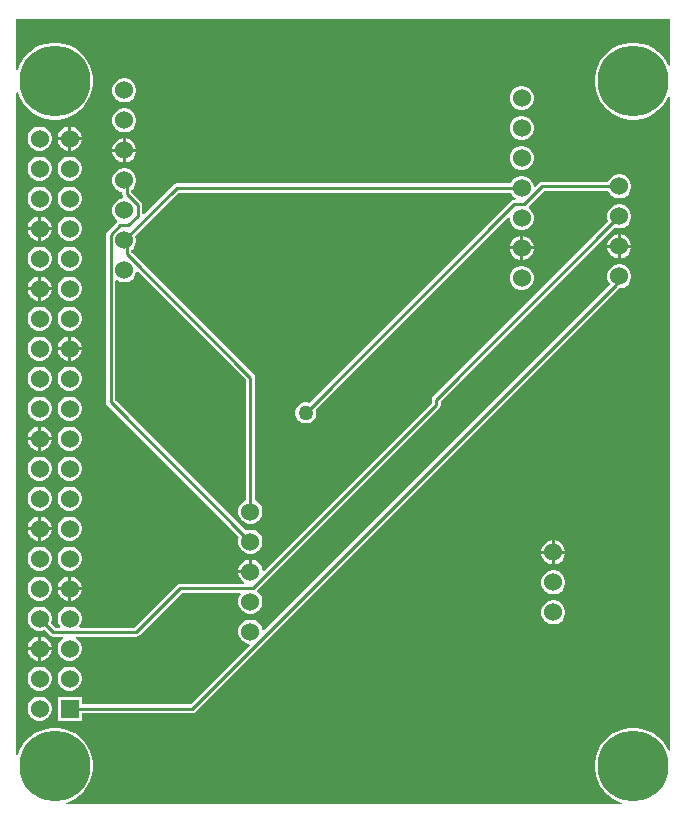
<source format=gbl>
G04*
G04 #@! TF.GenerationSoftware,Altium Limited,Altium Designer,23.4.1 (23)*
G04*
G04 Layer_Physical_Order=2*
G04 Layer_Color=16711680*
%FSLAX44Y44*%
%MOMM*%
G71*
G04*
G04 #@! TF.SameCoordinates,3D8DB9D9-8021-40C2-9F22-367B33DB821F*
G04*
G04*
G04 #@! TF.FilePolarity,Positive*
G04*
G01*
G75*
%ADD10C,0.2540*%
%ADD15C,1.5240*%
%ADD16R,1.5240X1.5240*%
%ADD17C,6.0000*%
%ADD18C,1.2700*%
G36*
X556260Y628122D02*
X554990Y627817D01*
X552831Y632055D01*
X549820Y636198D01*
X546198Y639820D01*
X542055Y642831D01*
X537491Y645156D01*
X532620Y646739D01*
X527561Y647540D01*
X522439D01*
X517380Y646739D01*
X512509Y645156D01*
X507945Y642831D01*
X503802Y639820D01*
X500180Y636198D01*
X497169Y632055D01*
X494844Y627491D01*
X493261Y622620D01*
X492460Y617561D01*
Y612439D01*
X493261Y607380D01*
X494844Y602509D01*
X497169Y597945D01*
X500180Y593802D01*
X503802Y590180D01*
X507945Y587169D01*
X512509Y584844D01*
X517380Y583261D01*
X522439Y582460D01*
X527561D01*
X532620Y583261D01*
X537491Y584844D01*
X542055Y587169D01*
X546198Y590180D01*
X549820Y593802D01*
X552831Y597945D01*
X554990Y602183D01*
X556260Y601878D01*
Y48122D01*
X554990Y47817D01*
X552831Y52055D01*
X549820Y56198D01*
X546198Y59820D01*
X542055Y62831D01*
X537491Y65156D01*
X532620Y66739D01*
X527561Y67540D01*
X522439D01*
X517380Y66739D01*
X512509Y65156D01*
X507945Y62831D01*
X503802Y59820D01*
X500180Y56198D01*
X497169Y52055D01*
X494844Y47491D01*
X493261Y42620D01*
X492460Y37561D01*
Y32439D01*
X493261Y27380D01*
X494844Y22509D01*
X497169Y17945D01*
X500180Y13802D01*
X503802Y10180D01*
X507945Y7169D01*
X512509Y4844D01*
X515381Y3911D01*
X515180Y2641D01*
X44820D01*
X44619Y3911D01*
X47491Y4844D01*
X52055Y7169D01*
X56198Y10180D01*
X59820Y13802D01*
X62831Y17945D01*
X65156Y22509D01*
X66739Y27380D01*
X67540Y32439D01*
Y37561D01*
X66739Y42620D01*
X65156Y47491D01*
X62831Y52055D01*
X59820Y56198D01*
X56198Y59820D01*
X52055Y62831D01*
X47491Y65156D01*
X42620Y66739D01*
X37561Y67540D01*
X32439D01*
X27380Y66739D01*
X22509Y65156D01*
X17945Y62831D01*
X13802Y59820D01*
X10180Y56198D01*
X7169Y52055D01*
X4844Y47491D01*
X3911Y44619D01*
X2641Y44820D01*
Y605180D01*
X3911Y605381D01*
X4844Y602509D01*
X7169Y597945D01*
X10180Y593802D01*
X13802Y590180D01*
X17945Y587169D01*
X22509Y584844D01*
X27380Y583261D01*
X32439Y582460D01*
X37561D01*
X42620Y583261D01*
X47491Y584844D01*
X52055Y587169D01*
X56198Y590180D01*
X59820Y593802D01*
X62831Y597945D01*
X65156Y602509D01*
X66739Y607380D01*
X67540Y612439D01*
Y617561D01*
X66739Y622620D01*
X65156Y627491D01*
X62831Y632055D01*
X59820Y636198D01*
X56198Y639820D01*
X52055Y642831D01*
X47491Y645156D01*
X42620Y646739D01*
X37561Y647540D01*
X32439D01*
X27380Y646739D01*
X22509Y645156D01*
X17945Y642831D01*
X13802Y639820D01*
X10180Y636198D01*
X7169Y632055D01*
X4844Y627491D01*
X3911Y624619D01*
X2641Y624820D01*
Y667361D01*
X556260D01*
Y628122D01*
D02*
G37*
%LPC*%
G36*
X95318Y617220D02*
X92642D01*
X90058Y616528D01*
X87742Y615190D01*
X85850Y613298D01*
X84512Y610982D01*
X83820Y608398D01*
Y605722D01*
X84512Y603138D01*
X85850Y600822D01*
X87742Y598930D01*
X90058Y597592D01*
X92642Y596900D01*
X95318D01*
X97902Y597592D01*
X100218Y598930D01*
X102110Y600822D01*
X103448Y603138D01*
X104140Y605722D01*
Y608398D01*
X103448Y610982D01*
X102110Y613298D01*
X100218Y615190D01*
X97902Y616528D01*
X95318Y617220D01*
D02*
G37*
G36*
X431868Y610870D02*
X429192D01*
X426608Y610178D01*
X424292Y608840D01*
X422400Y606948D01*
X421062Y604632D01*
X420370Y602048D01*
Y599372D01*
X421062Y596788D01*
X422400Y594472D01*
X424292Y592580D01*
X426608Y591242D01*
X429192Y590550D01*
X431868D01*
X434452Y591242D01*
X436768Y592580D01*
X438660Y594472D01*
X439998Y596788D01*
X440690Y599372D01*
Y602048D01*
X439998Y604632D01*
X438660Y606948D01*
X436768Y608840D01*
X434452Y610178D01*
X431868Y610870D01*
D02*
G37*
G36*
X95318Y591820D02*
X92642D01*
X90058Y591128D01*
X87742Y589790D01*
X85850Y587898D01*
X84512Y585582D01*
X83820Y582998D01*
Y580322D01*
X84512Y577738D01*
X85850Y575422D01*
X87742Y573530D01*
X90058Y572192D01*
X92642Y571500D01*
X95318D01*
X97902Y572192D01*
X100218Y573530D01*
X102110Y575422D01*
X103448Y577738D01*
X104140Y580322D01*
Y582998D01*
X103448Y585582D01*
X102110Y587898D01*
X100218Y589790D01*
X97902Y591128D01*
X95318Y591820D01*
D02*
G37*
G36*
X49038Y576460D02*
X48970D01*
Y567570D01*
X57860D01*
Y567638D01*
X57168Y570222D01*
X55830Y572538D01*
X53938Y574430D01*
X51622Y575768D01*
X49038Y576460D01*
D02*
G37*
G36*
X46430D02*
X46362D01*
X43778Y575768D01*
X41462Y574430D01*
X39570Y572538D01*
X38232Y570222D01*
X37540Y567638D01*
Y567570D01*
X46430D01*
Y576460D01*
D02*
G37*
G36*
X431868Y585470D02*
X429192D01*
X426608Y584778D01*
X424292Y583440D01*
X422400Y581548D01*
X421062Y579232D01*
X420370Y576648D01*
Y573972D01*
X421062Y571388D01*
X422400Y569072D01*
X424292Y567180D01*
X426608Y565842D01*
X429192Y565150D01*
X431868D01*
X434452Y565842D01*
X436768Y567180D01*
X438660Y569072D01*
X439998Y571388D01*
X440690Y573972D01*
Y576648D01*
X439998Y579232D01*
X438660Y581548D01*
X436768Y583440D01*
X434452Y584778D01*
X431868Y585470D01*
D02*
G37*
G36*
X95318Y566420D02*
X95250D01*
Y557530D01*
X104140D01*
Y557598D01*
X103448Y560182D01*
X102110Y562498D01*
X100218Y564390D01*
X97902Y565728D01*
X95318Y566420D01*
D02*
G37*
G36*
X92710D02*
X92642D01*
X90058Y565728D01*
X87742Y564390D01*
X85850Y562498D01*
X84512Y560182D01*
X83820Y557598D01*
Y557530D01*
X92710D01*
Y566420D01*
D02*
G37*
G36*
X57860Y565030D02*
X48970D01*
Y556140D01*
X49038D01*
X51622Y556832D01*
X53938Y558170D01*
X55830Y560062D01*
X57168Y562378D01*
X57860Y564962D01*
Y565030D01*
D02*
G37*
G36*
X46430D02*
X37540D01*
Y564962D01*
X38232Y562378D01*
X39570Y560062D01*
X41462Y558170D01*
X43778Y556832D01*
X46362Y556140D01*
X46430D01*
Y565030D01*
D02*
G37*
G36*
X23638Y576460D02*
X20962D01*
X18378Y575768D01*
X16062Y574430D01*
X14170Y572538D01*
X12832Y570222D01*
X12140Y567638D01*
Y564962D01*
X12832Y562378D01*
X14170Y560062D01*
X16062Y558170D01*
X18378Y556832D01*
X20962Y556140D01*
X23638D01*
X26222Y556832D01*
X28538Y558170D01*
X30430Y560062D01*
X31768Y562378D01*
X32460Y564962D01*
Y567638D01*
X31768Y570222D01*
X30430Y572538D01*
X28538Y574430D01*
X26222Y575768D01*
X23638Y576460D01*
D02*
G37*
G36*
X104140Y554990D02*
X95250D01*
Y546100D01*
X95318D01*
X97902Y546792D01*
X100218Y548130D01*
X102110Y550022D01*
X103448Y552338D01*
X104140Y554922D01*
Y554990D01*
D02*
G37*
G36*
X92710D02*
X83820D01*
Y554922D01*
X84512Y552338D01*
X85850Y550022D01*
X87742Y548130D01*
X90058Y546792D01*
X92642Y546100D01*
X92710D01*
Y554990D01*
D02*
G37*
G36*
X431868Y560070D02*
X429192D01*
X426608Y559378D01*
X424292Y558040D01*
X422400Y556148D01*
X421062Y553832D01*
X420370Y551248D01*
Y548572D01*
X421062Y545988D01*
X422400Y543672D01*
X424292Y541780D01*
X426608Y540442D01*
X429192Y539750D01*
X431868D01*
X434452Y540442D01*
X436768Y541780D01*
X438660Y543672D01*
X439998Y545988D01*
X440690Y548572D01*
Y551248D01*
X439998Y553832D01*
X438660Y556148D01*
X436768Y558040D01*
X434452Y559378D01*
X431868Y560070D01*
D02*
G37*
G36*
X49038Y551060D02*
X46362D01*
X43778Y550368D01*
X41462Y549030D01*
X39570Y547138D01*
X38232Y544822D01*
X37540Y542238D01*
Y539562D01*
X38232Y536978D01*
X39570Y534662D01*
X41462Y532770D01*
X43778Y531432D01*
X46362Y530740D01*
X49038D01*
X51622Y531432D01*
X53938Y532770D01*
X55830Y534662D01*
X57168Y536978D01*
X57860Y539562D01*
Y542238D01*
X57168Y544822D01*
X55830Y547138D01*
X53938Y549030D01*
X51622Y550368D01*
X49038Y551060D01*
D02*
G37*
G36*
X23638D02*
X20962D01*
X18378Y550368D01*
X16062Y549030D01*
X14170Y547138D01*
X12832Y544822D01*
X12140Y542238D01*
Y539562D01*
X12832Y536978D01*
X14170Y534662D01*
X16062Y532770D01*
X18378Y531432D01*
X20962Y530740D01*
X23638D01*
X26222Y531432D01*
X28538Y532770D01*
X30430Y534662D01*
X31768Y536978D01*
X32460Y539562D01*
Y542238D01*
X31768Y544822D01*
X30430Y547138D01*
X28538Y549030D01*
X26222Y550368D01*
X23638Y551060D01*
D02*
G37*
G36*
X95318Y541020D02*
X92642D01*
X90058Y540328D01*
X87742Y538990D01*
X85850Y537098D01*
X84512Y534782D01*
X83820Y532198D01*
Y529522D01*
X84512Y526938D01*
X85850Y524622D01*
X87742Y522730D01*
X90058Y521392D01*
X92290Y520794D01*
Y519430D01*
X92585Y517943D01*
X93289Y516890D01*
X92907Y515620D01*
X92642D01*
X90058Y514928D01*
X87742Y513590D01*
X85850Y511698D01*
X84512Y509382D01*
X83820Y506798D01*
Y504122D01*
X84512Y501538D01*
X85850Y499222D01*
X87742Y497330D01*
X87993Y497184D01*
X88042Y495690D01*
X87769Y495507D01*
X79803Y487541D01*
X78961Y486281D01*
X78665Y484795D01*
Y343340D01*
X78961Y341853D01*
X79803Y340593D01*
X191322Y229075D01*
X191302Y229042D01*
X190610Y226458D01*
Y223782D01*
X191302Y221198D01*
X192640Y218882D01*
X194532Y216990D01*
X196848Y215652D01*
X199432Y214960D01*
X202108D01*
X204692Y215652D01*
X207008Y216990D01*
X208900Y218882D01*
X210238Y221198D01*
X210930Y223782D01*
Y226458D01*
X210238Y229042D01*
X208900Y231358D01*
X207008Y233250D01*
X204692Y234588D01*
X202108Y235280D01*
X199432D01*
X196848Y234588D01*
X196815Y234569D01*
X86435Y344949D01*
Y446178D01*
X87608Y446664D01*
X87742Y446530D01*
X90058Y445192D01*
X92642Y444500D01*
X95318D01*
X97902Y445192D01*
X100218Y446530D01*
X102110Y448422D01*
X103448Y450738D01*
X104140Y453322D01*
Y453511D01*
X105313Y453997D01*
X196885Y362425D01*
Y259998D01*
X196848Y259988D01*
X194532Y258650D01*
X192640Y256758D01*
X191302Y254442D01*
X190610Y251858D01*
Y249182D01*
X191302Y246598D01*
X192640Y244282D01*
X194532Y242390D01*
X196848Y241052D01*
X199432Y240360D01*
X202108D01*
X204692Y241052D01*
X207008Y242390D01*
X208900Y244282D01*
X210238Y246598D01*
X210930Y249182D01*
Y251858D01*
X210238Y254442D01*
X208900Y256758D01*
X207008Y258650D01*
X204692Y259988D01*
X204655Y259998D01*
Y364035D01*
X204359Y365521D01*
X203517Y366781D01*
X100059Y470239D01*
Y471838D01*
X100218Y471930D01*
X102110Y473822D01*
X103448Y476138D01*
X104140Y478722D01*
Y481398D01*
X103448Y483982D01*
X103428Y484015D01*
X140039Y520625D01*
X421053D01*
X421062Y520588D01*
X422400Y518272D01*
X424292Y516380D01*
X425479Y515695D01*
X425138Y514425D01*
X424180D01*
X422693Y514129D01*
X421433Y513287D01*
X250576Y342430D01*
X248820Y342900D01*
X246480D01*
X244219Y342294D01*
X242191Y341124D01*
X240536Y339469D01*
X239366Y337441D01*
X238760Y335180D01*
Y332840D01*
X239366Y330579D01*
X240536Y328551D01*
X242191Y326896D01*
X244219Y325726D01*
X246480Y325120D01*
X248820D01*
X251081Y325726D01*
X253109Y326896D01*
X254764Y328551D01*
X255934Y330579D01*
X256540Y332840D01*
Y335180D01*
X256070Y336936D01*
X419100Y499966D01*
X420370Y499440D01*
Y497772D01*
X421062Y495188D01*
X422400Y492872D01*
X424292Y490980D01*
X426608Y489642D01*
X429192Y488950D01*
X431868D01*
X434452Y489642D01*
X436768Y490980D01*
X438660Y492872D01*
X439998Y495188D01*
X440690Y497772D01*
Y500448D01*
X439998Y503032D01*
X438660Y505348D01*
X436768Y507240D01*
X436499Y507396D01*
X436333Y508655D01*
X449574Y521895D01*
X503602D01*
X503612Y521858D01*
X504950Y519542D01*
X506842Y517650D01*
X509158Y516312D01*
X511742Y515620D01*
X514418D01*
X517002Y516312D01*
X519318Y517650D01*
X521210Y519542D01*
X522548Y521858D01*
X523240Y524442D01*
Y527118D01*
X522548Y529702D01*
X521210Y532018D01*
X519318Y533910D01*
X517002Y535248D01*
X514418Y535940D01*
X511742D01*
X509158Y535248D01*
X506842Y533910D01*
X504950Y532018D01*
X503612Y529702D01*
X503602Y529665D01*
X447965D01*
X446478Y529369D01*
X445218Y528527D01*
X441863Y525173D01*
X440690Y525659D01*
Y525848D01*
X439998Y528432D01*
X438660Y530748D01*
X436768Y532640D01*
X434452Y533978D01*
X431868Y534670D01*
X429192D01*
X426608Y533978D01*
X424292Y532640D01*
X422400Y530748D01*
X421062Y528432D01*
X421053Y528395D01*
X138430D01*
X136943Y528099D01*
X135683Y527257D01*
X110468Y502042D01*
X109295Y502528D01*
Y510195D01*
X108999Y511681D01*
X108157Y512941D01*
X100059Y521039D01*
Y522638D01*
X100218Y522730D01*
X102110Y524622D01*
X103448Y526938D01*
X104140Y529522D01*
Y532198D01*
X103448Y534782D01*
X102110Y537098D01*
X100218Y538990D01*
X97902Y540328D01*
X95318Y541020D01*
D02*
G37*
G36*
X49038Y525660D02*
X46362D01*
X43778Y524968D01*
X41462Y523630D01*
X39570Y521738D01*
X38232Y519422D01*
X37540Y516838D01*
Y514162D01*
X38232Y511578D01*
X39570Y509262D01*
X41462Y507370D01*
X43778Y506032D01*
X46362Y505340D01*
X49038D01*
X51622Y506032D01*
X53938Y507370D01*
X55830Y509262D01*
X57168Y511578D01*
X57860Y514162D01*
Y516838D01*
X57168Y519422D01*
X55830Y521738D01*
X53938Y523630D01*
X51622Y524968D01*
X49038Y525660D01*
D02*
G37*
G36*
X23638D02*
X20962D01*
X18378Y524968D01*
X16062Y523630D01*
X14170Y521738D01*
X12832Y519422D01*
X12140Y516838D01*
Y514162D01*
X12832Y511578D01*
X14170Y509262D01*
X16062Y507370D01*
X18378Y506032D01*
X20962Y505340D01*
X23638D01*
X26222Y506032D01*
X28538Y507370D01*
X30430Y509262D01*
X31768Y511578D01*
X32460Y514162D01*
Y516838D01*
X31768Y519422D01*
X30430Y521738D01*
X28538Y523630D01*
X26222Y524968D01*
X23638Y525660D01*
D02*
G37*
G36*
Y500260D02*
X23570D01*
Y491370D01*
X32460D01*
Y491438D01*
X31768Y494022D01*
X30430Y496338D01*
X28538Y498230D01*
X26222Y499568D01*
X23638Y500260D01*
D02*
G37*
G36*
X21030D02*
X20962D01*
X18378Y499568D01*
X16062Y498230D01*
X14170Y496338D01*
X12832Y494022D01*
X12140Y491438D01*
Y491370D01*
X21030D01*
Y500260D01*
D02*
G37*
G36*
X514418Y510540D02*
X511742D01*
X509158Y509848D01*
X506842Y508510D01*
X504950Y506618D01*
X503612Y504302D01*
X502920Y501718D01*
Y499042D01*
X503612Y496458D01*
X503632Y496425D01*
X355330Y348124D01*
X354488Y346864D01*
X354193Y345377D01*
Y342472D01*
X212103Y200383D01*
X210930Y200869D01*
Y201058D01*
X210238Y203642D01*
X208900Y205958D01*
X207008Y207850D01*
X204692Y209188D01*
X202108Y209880D01*
X202040D01*
Y199720D01*
X200770D01*
Y198450D01*
X190610D01*
Y198382D01*
X191302Y195798D01*
X192640Y193482D01*
X194532Y191590D01*
X195719Y190905D01*
X195378Y189635D01*
X141605D01*
X140118Y189339D01*
X138858Y188497D01*
X102716Y152355D01*
X56182D01*
X55696Y153528D01*
X55830Y153662D01*
X57168Y155978D01*
X57860Y158562D01*
Y161238D01*
X57168Y163822D01*
X55830Y166138D01*
X53938Y168030D01*
X51622Y169368D01*
X49038Y170060D01*
X46362D01*
X43778Y169368D01*
X41462Y168030D01*
X39570Y166138D01*
X38232Y163822D01*
X37540Y161238D01*
Y158562D01*
X38232Y155978D01*
X39570Y153662D01*
X39704Y153528D01*
X39218Y152355D01*
X35339D01*
X31748Y155945D01*
X31768Y155978D01*
X32460Y158562D01*
Y161238D01*
X31768Y163822D01*
X30430Y166138D01*
X28538Y168030D01*
X26222Y169368D01*
X23638Y170060D01*
X20962D01*
X18378Y169368D01*
X16062Y168030D01*
X14170Y166138D01*
X12832Y163822D01*
X12140Y161238D01*
Y158562D01*
X12832Y155978D01*
X14170Y153662D01*
X16062Y151770D01*
X18378Y150432D01*
X20962Y149740D01*
X23638D01*
X26222Y150432D01*
X26255Y150451D01*
X30983Y145723D01*
X32243Y144881D01*
X33730Y144585D01*
X42308D01*
X42649Y143315D01*
X41462Y142630D01*
X39570Y140738D01*
X38232Y138422D01*
X37540Y135838D01*
Y133162D01*
X38232Y130578D01*
X39570Y128262D01*
X41462Y126370D01*
X43778Y125032D01*
X46362Y124340D01*
X49038D01*
X51622Y125032D01*
X53938Y126370D01*
X55830Y128262D01*
X57168Y130578D01*
X57860Y133162D01*
Y135838D01*
X57168Y138422D01*
X55830Y140738D01*
X53938Y142630D01*
X52751Y143315D01*
X53092Y144585D01*
X104325D01*
X105812Y144881D01*
X107072Y145723D01*
X143214Y181865D01*
X192288D01*
X192774Y180692D01*
X192640Y180558D01*
X191302Y178242D01*
X190610Y175658D01*
Y172982D01*
X191302Y170398D01*
X192640Y168082D01*
X194532Y166190D01*
X196848Y164852D01*
X199432Y164160D01*
X202108D01*
X204692Y164852D01*
X207008Y166190D01*
X208900Y168082D01*
X210238Y170398D01*
X210930Y172982D01*
Y175658D01*
X210238Y178242D01*
X208900Y180558D01*
X207008Y182450D01*
X206739Y182606D01*
X206573Y183865D01*
X360824Y338116D01*
X361666Y339376D01*
X361962Y340863D01*
Y343768D01*
X509125Y490932D01*
X509158Y490912D01*
X511742Y490220D01*
X514418D01*
X517002Y490912D01*
X519318Y492250D01*
X521210Y494142D01*
X522548Y496458D01*
X523240Y499042D01*
Y501718D01*
X522548Y504302D01*
X521210Y506618D01*
X519318Y508510D01*
X517002Y509848D01*
X514418Y510540D01*
D02*
G37*
G36*
X49038Y500260D02*
X46362D01*
X43778Y499568D01*
X41462Y498230D01*
X39570Y496338D01*
X38232Y494022D01*
X37540Y491438D01*
Y488762D01*
X38232Y486178D01*
X39570Y483862D01*
X41462Y481970D01*
X43778Y480632D01*
X46362Y479940D01*
X49038D01*
X51622Y480632D01*
X53938Y481970D01*
X55830Y483862D01*
X57168Y486178D01*
X57860Y488762D01*
Y491438D01*
X57168Y494022D01*
X55830Y496338D01*
X53938Y498230D01*
X51622Y499568D01*
X49038Y500260D01*
D02*
G37*
G36*
X32460Y488830D02*
X23570D01*
Y479940D01*
X23638D01*
X26222Y480632D01*
X28538Y481970D01*
X30430Y483862D01*
X31768Y486178D01*
X32460Y488762D01*
Y488830D01*
D02*
G37*
G36*
X21030D02*
X12140D01*
Y488762D01*
X12832Y486178D01*
X14170Y483862D01*
X16062Y481970D01*
X18378Y480632D01*
X20962Y479940D01*
X21030D01*
Y488830D01*
D02*
G37*
G36*
X514418Y485140D02*
X514350D01*
Y476250D01*
X523240D01*
Y476318D01*
X522548Y478902D01*
X521210Y481218D01*
X519318Y483110D01*
X517002Y484448D01*
X514418Y485140D01*
D02*
G37*
G36*
X511810D02*
X511742D01*
X509158Y484448D01*
X506842Y483110D01*
X504950Y481218D01*
X503612Y478902D01*
X502920Y476318D01*
Y476250D01*
X511810D01*
Y485140D01*
D02*
G37*
G36*
X431868Y483870D02*
X431800D01*
Y474980D01*
X440690D01*
Y475048D01*
X439998Y477632D01*
X438660Y479948D01*
X436768Y481840D01*
X434452Y483178D01*
X431868Y483870D01*
D02*
G37*
G36*
X429260D02*
X429192D01*
X426608Y483178D01*
X424292Y481840D01*
X422400Y479948D01*
X421062Y477632D01*
X420370Y475048D01*
Y474980D01*
X429260D01*
Y483870D01*
D02*
G37*
G36*
X523240Y473710D02*
X514350D01*
Y464820D01*
X514418D01*
X517002Y465512D01*
X519318Y466850D01*
X521210Y468742D01*
X522548Y471058D01*
X523240Y473642D01*
Y473710D01*
D02*
G37*
G36*
X511810D02*
X502920D01*
Y473642D01*
X503612Y471058D01*
X504950Y468742D01*
X506842Y466850D01*
X509158Y465512D01*
X511742Y464820D01*
X511810D01*
Y473710D01*
D02*
G37*
G36*
X440690Y472440D02*
X431800D01*
Y463550D01*
X431868D01*
X434452Y464242D01*
X436768Y465580D01*
X438660Y467472D01*
X439998Y469788D01*
X440690Y472372D01*
Y472440D01*
D02*
G37*
G36*
X429260D02*
X420370D01*
Y472372D01*
X421062Y469788D01*
X422400Y467472D01*
X424292Y465580D01*
X426608Y464242D01*
X429192Y463550D01*
X429260D01*
Y472440D01*
D02*
G37*
G36*
X49038Y474860D02*
X46362D01*
X43778Y474168D01*
X41462Y472830D01*
X39570Y470938D01*
X38232Y468622D01*
X37540Y466038D01*
Y463362D01*
X38232Y460778D01*
X39570Y458462D01*
X41462Y456570D01*
X43778Y455232D01*
X46362Y454540D01*
X49038D01*
X51622Y455232D01*
X53938Y456570D01*
X55830Y458462D01*
X57168Y460778D01*
X57860Y463362D01*
Y466038D01*
X57168Y468622D01*
X55830Y470938D01*
X53938Y472830D01*
X51622Y474168D01*
X49038Y474860D01*
D02*
G37*
G36*
X23638D02*
X20962D01*
X18378Y474168D01*
X16062Y472830D01*
X14170Y470938D01*
X12832Y468622D01*
X12140Y466038D01*
Y463362D01*
X12832Y460778D01*
X14170Y458462D01*
X16062Y456570D01*
X18378Y455232D01*
X20962Y454540D01*
X23638D01*
X26222Y455232D01*
X28538Y456570D01*
X30430Y458462D01*
X31768Y460778D01*
X32460Y463362D01*
Y466038D01*
X31768Y468622D01*
X30430Y470938D01*
X28538Y472830D01*
X26222Y474168D01*
X23638Y474860D01*
D02*
G37*
G36*
Y449460D02*
X23570D01*
Y440570D01*
X32460D01*
Y440638D01*
X31768Y443222D01*
X30430Y445538D01*
X28538Y447430D01*
X26222Y448768D01*
X23638Y449460D01*
D02*
G37*
G36*
X21030D02*
X20962D01*
X18378Y448768D01*
X16062Y447430D01*
X14170Y445538D01*
X12832Y443222D01*
X12140Y440638D01*
Y440570D01*
X21030D01*
Y449460D01*
D02*
G37*
G36*
X431868Y458470D02*
X429192D01*
X426608Y457778D01*
X424292Y456440D01*
X422400Y454548D01*
X421062Y452232D01*
X420370Y449648D01*
Y446972D01*
X421062Y444388D01*
X422400Y442072D01*
X424292Y440180D01*
X426608Y438842D01*
X429192Y438150D01*
X431868D01*
X434452Y438842D01*
X436768Y440180D01*
X438660Y442072D01*
X439998Y444388D01*
X440690Y446972D01*
Y449648D01*
X439998Y452232D01*
X438660Y454548D01*
X436768Y456440D01*
X434452Y457778D01*
X431868Y458470D01*
D02*
G37*
G36*
X49038Y449460D02*
X46362D01*
X43778Y448768D01*
X41462Y447430D01*
X39570Y445538D01*
X38232Y443222D01*
X37540Y440638D01*
Y437962D01*
X38232Y435378D01*
X39570Y433062D01*
X41462Y431170D01*
X43778Y429832D01*
X46362Y429140D01*
X49038D01*
X51622Y429832D01*
X53938Y431170D01*
X55830Y433062D01*
X57168Y435378D01*
X57860Y437962D01*
Y440638D01*
X57168Y443222D01*
X55830Y445538D01*
X53938Y447430D01*
X51622Y448768D01*
X49038Y449460D01*
D02*
G37*
G36*
X32460Y438030D02*
X23570D01*
Y429140D01*
X23638D01*
X26222Y429832D01*
X28538Y431170D01*
X30430Y433062D01*
X31768Y435378D01*
X32460Y437962D01*
Y438030D01*
D02*
G37*
G36*
X21030D02*
X12140D01*
Y437962D01*
X12832Y435378D01*
X14170Y433062D01*
X16062Y431170D01*
X18378Y429832D01*
X20962Y429140D01*
X21030D01*
Y438030D01*
D02*
G37*
G36*
X49038Y424060D02*
X46362D01*
X43778Y423368D01*
X41462Y422030D01*
X39570Y420138D01*
X38232Y417822D01*
X37540Y415238D01*
Y412562D01*
X38232Y409978D01*
X39570Y407662D01*
X41462Y405770D01*
X43778Y404432D01*
X46362Y403740D01*
X49038D01*
X51622Y404432D01*
X53938Y405770D01*
X55830Y407662D01*
X57168Y409978D01*
X57860Y412562D01*
Y415238D01*
X57168Y417822D01*
X55830Y420138D01*
X53938Y422030D01*
X51622Y423368D01*
X49038Y424060D01*
D02*
G37*
G36*
X23638D02*
X20962D01*
X18378Y423368D01*
X16062Y422030D01*
X14170Y420138D01*
X12832Y417822D01*
X12140Y415238D01*
Y412562D01*
X12832Y409978D01*
X14170Y407662D01*
X16062Y405770D01*
X18378Y404432D01*
X20962Y403740D01*
X23638D01*
X26222Y404432D01*
X28538Y405770D01*
X30430Y407662D01*
X31768Y409978D01*
X32460Y412562D01*
Y415238D01*
X31768Y417822D01*
X30430Y420138D01*
X28538Y422030D01*
X26222Y423368D01*
X23638Y424060D01*
D02*
G37*
G36*
X49038Y398660D02*
X48970D01*
Y389770D01*
X57860D01*
Y389838D01*
X57168Y392422D01*
X55830Y394738D01*
X53938Y396630D01*
X51622Y397968D01*
X49038Y398660D01*
D02*
G37*
G36*
X46430D02*
X46362D01*
X43778Y397968D01*
X41462Y396630D01*
X39570Y394738D01*
X38232Y392422D01*
X37540Y389838D01*
Y389770D01*
X46430D01*
Y398660D01*
D02*
G37*
G36*
X57860Y387230D02*
X48970D01*
Y378340D01*
X49038D01*
X51622Y379032D01*
X53938Y380370D01*
X55830Y382262D01*
X57168Y384578D01*
X57860Y387162D01*
Y387230D01*
D02*
G37*
G36*
X46430D02*
X37540D01*
Y387162D01*
X38232Y384578D01*
X39570Y382262D01*
X41462Y380370D01*
X43778Y379032D01*
X46362Y378340D01*
X46430D01*
Y387230D01*
D02*
G37*
G36*
X23638Y398660D02*
X20962D01*
X18378Y397968D01*
X16062Y396630D01*
X14170Y394738D01*
X12832Y392422D01*
X12140Y389838D01*
Y387162D01*
X12832Y384578D01*
X14170Y382262D01*
X16062Y380370D01*
X18378Y379032D01*
X20962Y378340D01*
X23638D01*
X26222Y379032D01*
X28538Y380370D01*
X30430Y382262D01*
X31768Y384578D01*
X32460Y387162D01*
Y389838D01*
X31768Y392422D01*
X30430Y394738D01*
X28538Y396630D01*
X26222Y397968D01*
X23638Y398660D01*
D02*
G37*
G36*
X49038Y373260D02*
X46362D01*
X43778Y372568D01*
X41462Y371230D01*
X39570Y369338D01*
X38232Y367022D01*
X37540Y364438D01*
Y361762D01*
X38232Y359178D01*
X39570Y356862D01*
X41462Y354970D01*
X43778Y353632D01*
X46362Y352940D01*
X49038D01*
X51622Y353632D01*
X53938Y354970D01*
X55830Y356862D01*
X57168Y359178D01*
X57860Y361762D01*
Y364438D01*
X57168Y367022D01*
X55830Y369338D01*
X53938Y371230D01*
X51622Y372568D01*
X49038Y373260D01*
D02*
G37*
G36*
X23638D02*
X20962D01*
X18378Y372568D01*
X16062Y371230D01*
X14170Y369338D01*
X12832Y367022D01*
X12140Y364438D01*
Y361762D01*
X12832Y359178D01*
X14170Y356862D01*
X16062Y354970D01*
X18378Y353632D01*
X20962Y352940D01*
X23638D01*
X26222Y353632D01*
X28538Y354970D01*
X30430Y356862D01*
X31768Y359178D01*
X32460Y361762D01*
Y364438D01*
X31768Y367022D01*
X30430Y369338D01*
X28538Y371230D01*
X26222Y372568D01*
X23638Y373260D01*
D02*
G37*
G36*
X49038Y347860D02*
X46362D01*
X43778Y347168D01*
X41462Y345830D01*
X39570Y343938D01*
X38232Y341622D01*
X37540Y339038D01*
Y336362D01*
X38232Y333778D01*
X39570Y331462D01*
X41462Y329570D01*
X43778Y328232D01*
X46362Y327540D01*
X49038D01*
X51622Y328232D01*
X53938Y329570D01*
X55830Y331462D01*
X57168Y333778D01*
X57860Y336362D01*
Y339038D01*
X57168Y341622D01*
X55830Y343938D01*
X53938Y345830D01*
X51622Y347168D01*
X49038Y347860D01*
D02*
G37*
G36*
X23638D02*
X20962D01*
X18378Y347168D01*
X16062Y345830D01*
X14170Y343938D01*
X12832Y341622D01*
X12140Y339038D01*
Y336362D01*
X12832Y333778D01*
X14170Y331462D01*
X16062Y329570D01*
X18378Y328232D01*
X20962Y327540D01*
X23638D01*
X26222Y328232D01*
X28538Y329570D01*
X30430Y331462D01*
X31768Y333778D01*
X32460Y336362D01*
Y339038D01*
X31768Y341622D01*
X30430Y343938D01*
X28538Y345830D01*
X26222Y347168D01*
X23638Y347860D01*
D02*
G37*
G36*
Y322460D02*
X23570D01*
Y313570D01*
X32460D01*
Y313638D01*
X31768Y316222D01*
X30430Y318538D01*
X28538Y320430D01*
X26222Y321768D01*
X23638Y322460D01*
D02*
G37*
G36*
X21030D02*
X20962D01*
X18378Y321768D01*
X16062Y320430D01*
X14170Y318538D01*
X12832Y316222D01*
X12140Y313638D01*
Y313570D01*
X21030D01*
Y322460D01*
D02*
G37*
G36*
X49038D02*
X46362D01*
X43778Y321768D01*
X41462Y320430D01*
X39570Y318538D01*
X38232Y316222D01*
X37540Y313638D01*
Y310962D01*
X38232Y308378D01*
X39570Y306062D01*
X41462Y304170D01*
X43778Y302832D01*
X46362Y302140D01*
X49038D01*
X51622Y302832D01*
X53938Y304170D01*
X55830Y306062D01*
X57168Y308378D01*
X57860Y310962D01*
Y313638D01*
X57168Y316222D01*
X55830Y318538D01*
X53938Y320430D01*
X51622Y321768D01*
X49038Y322460D01*
D02*
G37*
G36*
X32460Y311030D02*
X23570D01*
Y302140D01*
X23638D01*
X26222Y302832D01*
X28538Y304170D01*
X30430Y306062D01*
X31768Y308378D01*
X32460Y310962D01*
Y311030D01*
D02*
G37*
G36*
X21030D02*
X12140D01*
Y310962D01*
X12832Y308378D01*
X14170Y306062D01*
X16062Y304170D01*
X18378Y302832D01*
X20962Y302140D01*
X21030D01*
Y311030D01*
D02*
G37*
G36*
X49038Y297060D02*
X46362D01*
X43778Y296368D01*
X41462Y295030D01*
X39570Y293138D01*
X38232Y290822D01*
X37540Y288238D01*
Y285562D01*
X38232Y282978D01*
X39570Y280662D01*
X41462Y278770D01*
X43778Y277432D01*
X46362Y276740D01*
X49038D01*
X51622Y277432D01*
X53938Y278770D01*
X55830Y280662D01*
X57168Y282978D01*
X57860Y285562D01*
Y288238D01*
X57168Y290822D01*
X55830Y293138D01*
X53938Y295030D01*
X51622Y296368D01*
X49038Y297060D01*
D02*
G37*
G36*
X23638D02*
X20962D01*
X18378Y296368D01*
X16062Y295030D01*
X14170Y293138D01*
X12832Y290822D01*
X12140Y288238D01*
Y285562D01*
X12832Y282978D01*
X14170Y280662D01*
X16062Y278770D01*
X18378Y277432D01*
X20962Y276740D01*
X23638D01*
X26222Y277432D01*
X28538Y278770D01*
X30430Y280662D01*
X31768Y282978D01*
X32460Y285562D01*
Y288238D01*
X31768Y290822D01*
X30430Y293138D01*
X28538Y295030D01*
X26222Y296368D01*
X23638Y297060D01*
D02*
G37*
G36*
X49038Y271660D02*
X46362D01*
X43778Y270968D01*
X41462Y269630D01*
X39570Y267738D01*
X38232Y265422D01*
X37540Y262838D01*
Y260162D01*
X38232Y257578D01*
X39570Y255262D01*
X41462Y253370D01*
X43778Y252032D01*
X46362Y251340D01*
X49038D01*
X51622Y252032D01*
X53938Y253370D01*
X55830Y255262D01*
X57168Y257578D01*
X57860Y260162D01*
Y262838D01*
X57168Y265422D01*
X55830Y267738D01*
X53938Y269630D01*
X51622Y270968D01*
X49038Y271660D01*
D02*
G37*
G36*
X23638D02*
X20962D01*
X18378Y270968D01*
X16062Y269630D01*
X14170Y267738D01*
X12832Y265422D01*
X12140Y262838D01*
Y260162D01*
X12832Y257578D01*
X14170Y255262D01*
X16062Y253370D01*
X18378Y252032D01*
X20962Y251340D01*
X23638D01*
X26222Y252032D01*
X28538Y253370D01*
X30430Y255262D01*
X31768Y257578D01*
X32460Y260162D01*
Y262838D01*
X31768Y265422D01*
X30430Y267738D01*
X28538Y269630D01*
X26222Y270968D01*
X23638Y271660D01*
D02*
G37*
G36*
Y246260D02*
X23570D01*
Y237370D01*
X32460D01*
Y237438D01*
X31768Y240022D01*
X30430Y242338D01*
X28538Y244230D01*
X26222Y245568D01*
X23638Y246260D01*
D02*
G37*
G36*
X21030D02*
X20962D01*
X18378Y245568D01*
X16062Y244230D01*
X14170Y242338D01*
X12832Y240022D01*
X12140Y237438D01*
Y237370D01*
X21030D01*
Y246260D01*
D02*
G37*
G36*
X49038D02*
X46362D01*
X43778Y245568D01*
X41462Y244230D01*
X39570Y242338D01*
X38232Y240022D01*
X37540Y237438D01*
Y234762D01*
X38232Y232178D01*
X39570Y229862D01*
X41462Y227970D01*
X43778Y226632D01*
X46362Y225940D01*
X49038D01*
X51622Y226632D01*
X53938Y227970D01*
X55830Y229862D01*
X57168Y232178D01*
X57860Y234762D01*
Y237438D01*
X57168Y240022D01*
X55830Y242338D01*
X53938Y244230D01*
X51622Y245568D01*
X49038Y246260D01*
D02*
G37*
G36*
X32460Y234830D02*
X23570D01*
Y225940D01*
X23638D01*
X26222Y226632D01*
X28538Y227970D01*
X30430Y229862D01*
X31768Y232178D01*
X32460Y234762D01*
Y234830D01*
D02*
G37*
G36*
X21030D02*
X12140D01*
Y234762D01*
X12832Y232178D01*
X14170Y229862D01*
X16062Y227970D01*
X18378Y226632D01*
X20962Y225940D01*
X21030D01*
Y234830D01*
D02*
G37*
G36*
X458538Y226060D02*
X458470D01*
Y217170D01*
X467360D01*
Y217238D01*
X466668Y219822D01*
X465330Y222138D01*
X463438Y224030D01*
X461122Y225368D01*
X458538Y226060D01*
D02*
G37*
G36*
X455930D02*
X455862D01*
X453278Y225368D01*
X450962Y224030D01*
X449070Y222138D01*
X447732Y219822D01*
X447040Y217238D01*
Y217170D01*
X455930D01*
Y226060D01*
D02*
G37*
G36*
X467360Y214630D02*
X458470D01*
Y205740D01*
X458538D01*
X461122Y206432D01*
X463438Y207770D01*
X465330Y209662D01*
X466668Y211978D01*
X467360Y214562D01*
Y214630D01*
D02*
G37*
G36*
X455930D02*
X447040D01*
Y214562D01*
X447732Y211978D01*
X449070Y209662D01*
X450962Y207770D01*
X453278Y206432D01*
X455862Y205740D01*
X455930D01*
Y214630D01*
D02*
G37*
G36*
X199500Y209880D02*
X199432D01*
X196848Y209188D01*
X194532Y207850D01*
X192640Y205958D01*
X191302Y203642D01*
X190610Y201058D01*
Y200990D01*
X199500D01*
Y209880D01*
D02*
G37*
G36*
X49038Y220860D02*
X46362D01*
X43778Y220168D01*
X41462Y218830D01*
X39570Y216938D01*
X38232Y214622D01*
X37540Y212038D01*
Y209362D01*
X38232Y206778D01*
X39570Y204462D01*
X41462Y202570D01*
X43778Y201232D01*
X46362Y200540D01*
X49038D01*
X51622Y201232D01*
X53938Y202570D01*
X55830Y204462D01*
X57168Y206778D01*
X57860Y209362D01*
Y212038D01*
X57168Y214622D01*
X55830Y216938D01*
X53938Y218830D01*
X51622Y220168D01*
X49038Y220860D01*
D02*
G37*
G36*
X23638D02*
X20962D01*
X18378Y220168D01*
X16062Y218830D01*
X14170Y216938D01*
X12832Y214622D01*
X12140Y212038D01*
Y209362D01*
X12832Y206778D01*
X14170Y204462D01*
X16062Y202570D01*
X18378Y201232D01*
X20962Y200540D01*
X23638D01*
X26222Y201232D01*
X28538Y202570D01*
X30430Y204462D01*
X31768Y206778D01*
X32460Y209362D01*
Y212038D01*
X31768Y214622D01*
X30430Y216938D01*
X28538Y218830D01*
X26222Y220168D01*
X23638Y220860D01*
D02*
G37*
G36*
X49038Y195460D02*
X48970D01*
Y186570D01*
X57860D01*
Y186638D01*
X57168Y189222D01*
X55830Y191538D01*
X53938Y193430D01*
X51622Y194768D01*
X49038Y195460D01*
D02*
G37*
G36*
X46430D02*
X46362D01*
X43778Y194768D01*
X41462Y193430D01*
X39570Y191538D01*
X38232Y189222D01*
X37540Y186638D01*
Y186570D01*
X46430D01*
Y195460D01*
D02*
G37*
G36*
X458538Y200660D02*
X455862D01*
X453278Y199968D01*
X450962Y198630D01*
X449070Y196738D01*
X447732Y194422D01*
X447040Y191838D01*
Y189162D01*
X447732Y186578D01*
X449070Y184262D01*
X450962Y182370D01*
X453278Y181032D01*
X455862Y180340D01*
X458538D01*
X461122Y181032D01*
X463438Y182370D01*
X465330Y184262D01*
X466668Y186578D01*
X467360Y189162D01*
Y191838D01*
X466668Y194422D01*
X465330Y196738D01*
X463438Y198630D01*
X461122Y199968D01*
X458538Y200660D01*
D02*
G37*
G36*
X57860Y184030D02*
X48970D01*
Y175140D01*
X49038D01*
X51622Y175832D01*
X53938Y177170D01*
X55830Y179062D01*
X57168Y181378D01*
X57860Y183962D01*
Y184030D01*
D02*
G37*
G36*
X46430D02*
X37540D01*
Y183962D01*
X38232Y181378D01*
X39570Y179062D01*
X41462Y177170D01*
X43778Y175832D01*
X46362Y175140D01*
X46430D01*
Y184030D01*
D02*
G37*
G36*
X23638Y195460D02*
X20962D01*
X18378Y194768D01*
X16062Y193430D01*
X14170Y191538D01*
X12832Y189222D01*
X12140Y186638D01*
Y183962D01*
X12832Y181378D01*
X14170Y179062D01*
X16062Y177170D01*
X18378Y175832D01*
X20962Y175140D01*
X23638D01*
X26222Y175832D01*
X28538Y177170D01*
X30430Y179062D01*
X31768Y181378D01*
X32460Y183962D01*
Y186638D01*
X31768Y189222D01*
X30430Y191538D01*
X28538Y193430D01*
X26222Y194768D01*
X23638Y195460D01*
D02*
G37*
G36*
X458538Y175260D02*
X455862D01*
X453278Y174568D01*
X450962Y173230D01*
X449070Y171338D01*
X447732Y169022D01*
X447040Y166438D01*
Y163762D01*
X447732Y161178D01*
X449070Y158862D01*
X450962Y156970D01*
X453278Y155632D01*
X455862Y154940D01*
X458538D01*
X461122Y155632D01*
X463438Y156970D01*
X465330Y158862D01*
X466668Y161178D01*
X467360Y163762D01*
Y166438D01*
X466668Y169022D01*
X465330Y171338D01*
X463438Y173230D01*
X461122Y174568D01*
X458538Y175260D01*
D02*
G37*
G36*
X514418Y459740D02*
X511742D01*
X509158Y459048D01*
X506842Y457710D01*
X504950Y455818D01*
X503612Y453502D01*
X502920Y450918D01*
Y448242D01*
X503612Y445658D01*
X504950Y443342D01*
X505406Y442885D01*
X212103Y149583D01*
X210930Y150069D01*
Y150258D01*
X210238Y152842D01*
X208900Y155158D01*
X207008Y157050D01*
X204692Y158388D01*
X202108Y159080D01*
X199432D01*
X196848Y158388D01*
X194532Y157050D01*
X192640Y155158D01*
X191302Y152842D01*
X190610Y150258D01*
Y147582D01*
X191302Y144998D01*
X192640Y142682D01*
X194532Y140790D01*
X196848Y139452D01*
X199432Y138760D01*
X199621D01*
X200107Y137587D01*
X150105Y87585D01*
X57860D01*
Y93860D01*
X37540D01*
Y73540D01*
X57860D01*
Y79815D01*
X151714D01*
X153201Y80111D01*
X154461Y80953D01*
X512928Y439420D01*
X514418D01*
X517002Y440112D01*
X519318Y441450D01*
X521210Y443342D01*
X522548Y445658D01*
X523240Y448242D01*
Y450918D01*
X522548Y453502D01*
X521210Y455818D01*
X519318Y457710D01*
X517002Y459048D01*
X514418Y459740D01*
D02*
G37*
G36*
X23638Y144660D02*
X23570D01*
Y135770D01*
X32460D01*
Y135838D01*
X31768Y138422D01*
X30430Y140738D01*
X28538Y142630D01*
X26222Y143968D01*
X23638Y144660D01*
D02*
G37*
G36*
X21030D02*
X20962D01*
X18378Y143968D01*
X16062Y142630D01*
X14170Y140738D01*
X12832Y138422D01*
X12140Y135838D01*
Y135770D01*
X21030D01*
Y144660D01*
D02*
G37*
G36*
X32460Y133230D02*
X23570D01*
Y124340D01*
X23638D01*
X26222Y125032D01*
X28538Y126370D01*
X30430Y128262D01*
X31768Y130578D01*
X32460Y133162D01*
Y133230D01*
D02*
G37*
G36*
X21030D02*
X12140D01*
Y133162D01*
X12832Y130578D01*
X14170Y128262D01*
X16062Y126370D01*
X18378Y125032D01*
X20962Y124340D01*
X21030D01*
Y133230D01*
D02*
G37*
G36*
X49038Y119260D02*
X46362D01*
X43778Y118568D01*
X41462Y117230D01*
X39570Y115338D01*
X38232Y113022D01*
X37540Y110438D01*
Y107762D01*
X38232Y105178D01*
X39570Y102862D01*
X41462Y100970D01*
X43778Y99632D01*
X46362Y98940D01*
X49038D01*
X51622Y99632D01*
X53938Y100970D01*
X55830Y102862D01*
X57168Y105178D01*
X57860Y107762D01*
Y110438D01*
X57168Y113022D01*
X55830Y115338D01*
X53938Y117230D01*
X51622Y118568D01*
X49038Y119260D01*
D02*
G37*
G36*
X23638D02*
X20962D01*
X18378Y118568D01*
X16062Y117230D01*
X14170Y115338D01*
X12832Y113022D01*
X12140Y110438D01*
Y107762D01*
X12832Y105178D01*
X14170Y102862D01*
X16062Y100970D01*
X18378Y99632D01*
X20962Y98940D01*
X23638D01*
X26222Y99632D01*
X28538Y100970D01*
X30430Y102862D01*
X31768Y105178D01*
X32460Y107762D01*
Y110438D01*
X31768Y113022D01*
X30430Y115338D01*
X28538Y117230D01*
X26222Y118568D01*
X23638Y119260D01*
D02*
G37*
G36*
Y93860D02*
X20962D01*
X18378Y93168D01*
X16062Y91830D01*
X14170Y89938D01*
X12832Y87622D01*
X12140Y85038D01*
Y82362D01*
X12832Y79778D01*
X14170Y77462D01*
X16062Y75570D01*
X18378Y74232D01*
X20962Y73540D01*
X23638D01*
X26222Y74232D01*
X28538Y75570D01*
X30430Y77462D01*
X31768Y79778D01*
X32460Y82362D01*
Y85038D01*
X31768Y87622D01*
X30430Y89938D01*
X28538Y91830D01*
X26222Y93168D01*
X23638Y93860D01*
D02*
G37*
%LPD*%
D10*
X93980Y480060D02*
X96174Y477865D01*
Y468630D02*
Y477865D01*
Y468630D02*
X200770Y364035D01*
Y250520D02*
Y364035D01*
X82550Y343340D02*
Y484795D01*
X97444Y492760D02*
X105410Y500726D01*
X82550Y343340D02*
X200770Y225120D01*
X105410Y500726D02*
Y510195D01*
X96174Y519430D02*
Y528666D01*
Y519430D02*
X105410Y510195D01*
X93980Y530860D02*
X96174Y528666D01*
X90515Y492760D02*
X97444D01*
X82550Y484795D02*
X90515Y492760D01*
X138430Y524510D02*
X430530D01*
X93980Y480060D02*
X138430Y524510D01*
X447965Y525780D02*
X513080D01*
X432724Y510540D02*
X447965Y525780D01*
X424180Y510540D02*
X432724D01*
X247650Y334010D02*
X424180Y510540D01*
X22300Y159900D02*
X33730Y148470D01*
X104325D01*
X141605Y185750D01*
X202964D02*
X358077Y340863D01*
X141605Y185750D02*
X202964D01*
X358077Y345377D02*
X513080Y500380D01*
X358077Y340863D02*
Y345377D01*
X510650Y447150D02*
X513080Y449580D01*
X510650Y442635D02*
Y447150D01*
X151714Y83700D02*
X510650Y442635D01*
X47700Y83700D02*
X151714D01*
D15*
X200770Y250520D02*
D03*
Y225120D02*
D03*
Y199720D02*
D03*
Y174320D02*
D03*
Y148920D02*
D03*
X430530Y448310D02*
D03*
Y473710D02*
D03*
Y499110D02*
D03*
Y524510D02*
D03*
Y549910D02*
D03*
Y575310D02*
D03*
Y600710D02*
D03*
X47700Y109100D02*
D03*
Y134500D02*
D03*
Y159900D02*
D03*
Y185300D02*
D03*
Y210700D02*
D03*
X22300Y83700D02*
D03*
Y109100D02*
D03*
Y134500D02*
D03*
Y159900D02*
D03*
Y185300D02*
D03*
Y210700D02*
D03*
X47700Y236100D02*
D03*
X22300D02*
D03*
X47700Y261500D02*
D03*
Y286900D02*
D03*
Y312300D02*
D03*
Y337700D02*
D03*
Y363100D02*
D03*
X22300Y261500D02*
D03*
Y286900D02*
D03*
Y312300D02*
D03*
Y337700D02*
D03*
Y363100D02*
D03*
Y388500D02*
D03*
X47700Y413900D02*
D03*
X22300D02*
D03*
X47700Y439300D02*
D03*
Y464700D02*
D03*
Y490100D02*
D03*
Y515500D02*
D03*
Y540900D02*
D03*
Y566300D02*
D03*
X22300Y439300D02*
D03*
Y464700D02*
D03*
Y490100D02*
D03*
Y515500D02*
D03*
Y540900D02*
D03*
Y566300D02*
D03*
X47700Y388500D02*
D03*
X457200Y165100D02*
D03*
X513080Y525780D02*
D03*
Y500380D02*
D03*
Y449580D02*
D03*
X93980Y480060D02*
D03*
Y530860D02*
D03*
X457200Y215900D02*
D03*
X93980Y556260D02*
D03*
X513080Y474980D02*
D03*
X457200Y190500D02*
D03*
X93980Y607060D02*
D03*
Y454660D02*
D03*
Y505460D02*
D03*
Y581660D02*
D03*
D16*
X47700Y83700D02*
D03*
D17*
X35000Y615000D02*
D03*
X525000D02*
D03*
Y35000D02*
D03*
X35000D02*
D03*
D18*
X247650Y334010D02*
D03*
M02*

</source>
